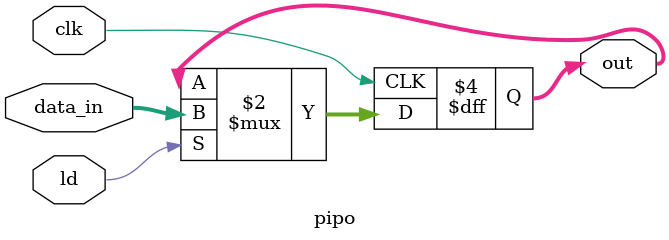
<source format=v>
`timescale 1ns / 1ps
module pipo(out,data_in,ld,clk);

input [7:0] data_in;
input ld,clk;
output reg [7:0]out;

always@(posedge clk)
begin
if(ld)
out <= data_in;
end

endmodule
</source>
